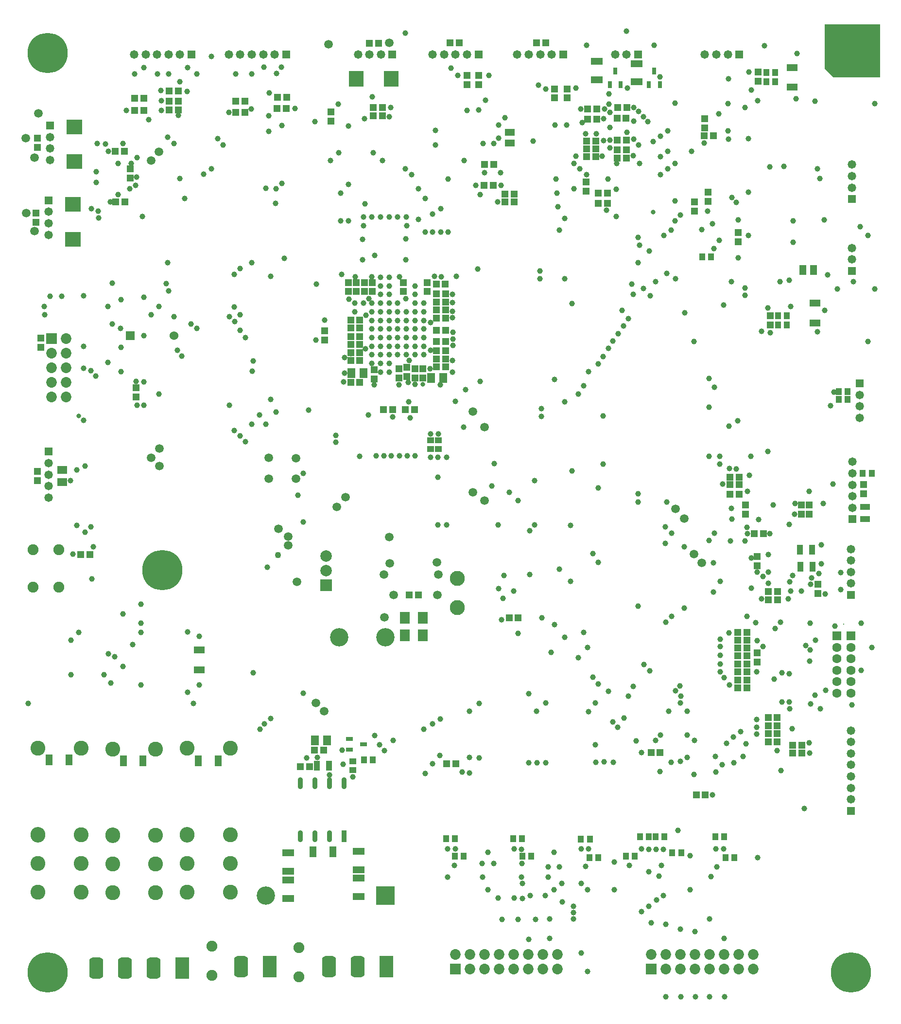
<source format=gbs>
G04 Layer_Color=16711935*
%FSLAX44Y44*%
%MOMM*%
G71*
G01*
G75*
%ADD109R,1.2032X0.8032*%
%ADD111R,1.3032X1.2032*%
%ADD114R,1.0032X1.2532*%
%ADD115R,1.2532X1.0032*%
%ADD116R,1.2032X1.3032*%
%ADD121R,0.8032X1.2032*%
%ADD124R,1.7032X1.1032*%
%ADD127R,1.7032X1.4032*%
%ADD129R,1.6532X2.1032*%
%ADD130R,1.4032X1.7032*%
%ADD138R,1.6732X1.2932*%
%ADD142R,1.2932X1.6732*%
%ADD143R,1.1032X1.7032*%
%ADD154R,1.9532X1.3032*%
%ADD157R,1.4715X1.4715*%
%ADD158C,1.4715*%
%ADD159R,1.6032X1.6032*%
%ADD160C,1.6032*%
%ADD161C,0.2032*%
%ADD162C,7.0032*%
%ADD163R,3.2032X3.2032*%
%ADD164C,3.2032*%
%ADD165C,1.5240*%
%ADD166R,1.5240X1.5240*%
%ADD167R,2.0032X2.0032*%
%ADD168C,2.0032*%
%ADD169C,1.9032*%
%ADD170C,2.6032*%
%ADD171O,2.6032X2.7032*%
%ADD172R,1.4715X1.4715*%
%ADD173R,1.8532X1.8532*%
%ADD174C,1.8532*%
G04:AMPARAMS|DCode=175|XSize=2.4532mm|YSize=3.7032mm|CornerRadius=0.6641mm|HoleSize=0mm|Usage=FLASHONLY|Rotation=180.000|XOffset=0mm|YOffset=0mm|HoleType=Round|Shape=RoundedRectangle|*
%AMROUNDEDRECTD175*
21,1,2.4532,2.3750,0,0,180.0*
21,1,1.1250,3.7032,0,0,180.0*
1,1,1.3282,-0.5625,1.1875*
1,1,1.3282,0.5625,1.1875*
1,1,1.3282,0.5625,-1.1875*
1,1,1.3282,-0.5625,-1.1875*
%
%ADD175ROUNDEDRECTD175*%
%ADD176R,2.4532X3.7032*%
%ADD177R,1.8532X1.8532*%
%ADD178C,2.6162*%
%ADD179C,1.0032*%
%ADD180C,1.5032*%
%ADD181R,2.7032X2.6532*%
%ADD182R,2.6532X2.7032*%
%ADD183O,0.9032X2.0532*%
%ADD184R,0.9032X2.0532*%
%ADD185R,2.0532X1.3032*%
%ADD186R,1.3032X1.9532*%
%ADD187C,1.1032*%
%ADD188C,0.8032*%
G36*
X1500000Y1608000D02*
X1419000D01*
X1404000Y1623000D01*
Y1700000D01*
X1500000D01*
Y1608000D01*
D02*
G37*
D109*
X576000Y437500D02*
D03*
Y456500D02*
D03*
X600000Y447000D02*
D03*
D111*
X933000Y1588000D02*
D03*
Y1572000D02*
D03*
X781000Y1611000D02*
D03*
Y1595000D02*
D03*
X1194500Y1520000D02*
D03*
Y1536000D02*
D03*
X619000Y1099000D02*
D03*
Y1083000D02*
D03*
X711000Y1235000D02*
D03*
Y1251000D02*
D03*
X670000Y1235000D02*
D03*
Y1251000D02*
D03*
X602000Y1235000D02*
D03*
Y1251000D02*
D03*
X588000Y1235000D02*
D03*
Y1251000D02*
D03*
X616000Y1235000D02*
D03*
Y1251000D02*
D03*
X1266000Y864000D02*
D03*
Y848000D02*
D03*
X1286000Y774000D02*
D03*
Y758000D02*
D03*
X1392000Y710000D02*
D03*
Y726000D02*
D03*
X38000Y1154000D02*
D03*
Y1138000D02*
D03*
X1377000Y847750D02*
D03*
Y863750D02*
D03*
X1363000Y863750D02*
D03*
Y847750D02*
D03*
X1472000Y883000D02*
D03*
Y899000D02*
D03*
X1309000Y1177000D02*
D03*
Y1193000D02*
D03*
X1253000Y1338000D02*
D03*
Y1322000D02*
D03*
X988000Y1426000D02*
D03*
Y1410000D02*
D03*
X204500Y1067500D02*
D03*
Y1051500D02*
D03*
X533000Y1151000D02*
D03*
Y1167000D02*
D03*
X574000Y1235000D02*
D03*
Y1251000D02*
D03*
X662000Y1085000D02*
D03*
Y1101000D02*
D03*
X1286000Y606500D02*
D03*
Y590500D02*
D03*
X690000Y1085000D02*
D03*
Y1101000D02*
D03*
X29500Y1356000D02*
D03*
Y1372000D02*
D03*
X704000Y1085000D02*
D03*
Y1101000D02*
D03*
X194000Y1433000D02*
D03*
Y1449000D02*
D03*
X543250Y1532000D02*
D03*
Y1548000D02*
D03*
X955000Y1572000D02*
D03*
Y1588000D02*
D03*
X801000Y1595000D02*
D03*
Y1611000D02*
D03*
X32000Y906000D02*
D03*
Y922000D02*
D03*
X676000Y1103000D02*
D03*
Y1087000D02*
D03*
X1288000Y1601000D02*
D03*
Y1617000D02*
D03*
X1177000Y1391000D02*
D03*
Y1375000D02*
D03*
X1201000Y1392000D02*
D03*
Y1408000D02*
D03*
X32000Y1486000D02*
D03*
Y1502000D02*
D03*
D114*
X1228750Y286000D02*
D03*
X1213250D02*
D03*
X1097750D02*
D03*
X1082250D02*
D03*
X876750Y283000D02*
D03*
X861250D02*
D03*
X994750Y282000D02*
D03*
X979250D02*
D03*
X994000Y250250D02*
D03*
X1009500D02*
D03*
X616750Y420000D02*
D03*
X601250D02*
D03*
X1428250Y1061000D02*
D03*
X1443750D02*
D03*
X1428250Y1047000D02*
D03*
X1443750D02*
D03*
X1322250Y1177000D02*
D03*
X1337750D02*
D03*
Y1193000D02*
D03*
X1322250D02*
D03*
X1302250Y1600000D02*
D03*
X1317750D02*
D03*
Y1616000D02*
D03*
X1302250D02*
D03*
X1190250Y1295750D02*
D03*
X1205750D02*
D03*
X1109250Y286000D02*
D03*
X1124750D02*
D03*
X1153750Y258000D02*
D03*
X1138250D02*
D03*
X1246500Y249500D02*
D03*
X1231000D02*
D03*
X759250Y252000D02*
D03*
X774750D02*
D03*
X877250D02*
D03*
X892750D02*
D03*
X759750Y283000D02*
D03*
X744250D02*
D03*
X1485750Y919000D02*
D03*
X1470250D02*
D03*
X1072750Y252250D02*
D03*
X1057250D02*
D03*
D115*
X582000Y417750D02*
D03*
Y402250D02*
D03*
X731000Y961000D02*
D03*
Y976500D02*
D03*
X717500Y961000D02*
D03*
Y976500D02*
D03*
D116*
X743500Y1118000D02*
D03*
X727500D02*
D03*
X743500Y1104000D02*
D03*
X727500D02*
D03*
X1252500Y587000D02*
D03*
X1268500D02*
D03*
X727500Y1189000D02*
D03*
X743500D02*
D03*
X594000Y1129000D02*
D03*
X578000D02*
D03*
X727000Y1248000D02*
D03*
X743000D02*
D03*
X594000Y1077000D02*
D03*
X578000D02*
D03*
X727500Y1132000D02*
D03*
X743500D02*
D03*
X594000Y1185500D02*
D03*
X578000D02*
D03*
X506000Y408000D02*
D03*
X490000D02*
D03*
X531000Y437000D02*
D03*
X515000D02*
D03*
X1297000Y814000D02*
D03*
X1281000D02*
D03*
X1306000Y699000D02*
D03*
X1322000D02*
D03*
X1306000Y713000D02*
D03*
X1322000D02*
D03*
X870000Y667000D02*
D03*
X854000D02*
D03*
X1239000Y882500D02*
D03*
X1255000D02*
D03*
X1255000Y899250D02*
D03*
X1239000D02*
D03*
X1239000Y912250D02*
D03*
X1255000D02*
D03*
X743500Y1217000D02*
D03*
X727500D02*
D03*
X743500Y1231000D02*
D03*
X727500D02*
D03*
X743500Y1203000D02*
D03*
X727500D02*
D03*
X1007000Y1535500D02*
D03*
X991000D02*
D03*
X989000Y1483500D02*
D03*
X1005000D02*
D03*
X1058750Y1467500D02*
D03*
X1042750D02*
D03*
X1058750Y1481500D02*
D03*
X1042750D02*
D03*
X1058000Y1536500D02*
D03*
X1042000D02*
D03*
X1005000Y1469500D02*
D03*
X989000D02*
D03*
X1009000Y1406500D02*
D03*
X1025000D02*
D03*
X1009000Y1389000D02*
D03*
X1025000D02*
D03*
X991000Y1552500D02*
D03*
X1007000D02*
D03*
X989000Y1497000D02*
D03*
X1005000D02*
D03*
X1043500Y1555000D02*
D03*
X1059500D02*
D03*
X1042750Y1499000D02*
D03*
X1058750D02*
D03*
X578000Y1115000D02*
D03*
X594000D02*
D03*
X124000Y777000D02*
D03*
X108000D02*
D03*
X745000Y413000D02*
D03*
X761000D02*
D03*
X651000Y1030000D02*
D03*
X635000D02*
D03*
X1194000Y1506000D02*
D03*
X1210000D02*
D03*
X1117250Y433000D02*
D03*
X1101250D02*
D03*
X1196000Y359000D02*
D03*
X1180000D02*
D03*
X1348250Y445750D02*
D03*
X1364250D02*
D03*
X1348250Y431750D02*
D03*
X1364250D02*
D03*
X1321250Y493750D02*
D03*
X1305250D02*
D03*
X1321250Y479500D02*
D03*
X1305250D02*
D03*
X1321250Y465500D02*
D03*
X1305250D02*
D03*
X1321250Y451750D02*
D03*
X1305250D02*
D03*
X727500Y1168000D02*
D03*
X743500D02*
D03*
X727500Y1148000D02*
D03*
X743500D02*
D03*
X1252500Y601000D02*
D03*
X1268500D02*
D03*
X1252500Y615000D02*
D03*
X1268500D02*
D03*
X1252500Y628500D02*
D03*
X1268500D02*
D03*
X1252500Y642000D02*
D03*
X1268500D02*
D03*
X1252500Y573000D02*
D03*
X1268500D02*
D03*
X1252500Y559000D02*
D03*
X1268500D02*
D03*
X1252500Y545000D02*
D03*
X1268500D02*
D03*
X202000Y1571250D02*
D03*
X218000D02*
D03*
X377750Y1566750D02*
D03*
X393750D02*
D03*
X202000Y1550250D02*
D03*
X218000D02*
D03*
X377750Y1546750D02*
D03*
X393750D02*
D03*
X278000Y1551500D02*
D03*
X262000D02*
D03*
X466000Y1554000D02*
D03*
X450000D02*
D03*
X262000Y1584000D02*
D03*
X278000D02*
D03*
X450250Y1573000D02*
D03*
X466250D02*
D03*
X262000Y1566500D02*
D03*
X278000D02*
D03*
X184000Y1479000D02*
D03*
X168000D02*
D03*
X185000Y1391000D02*
D03*
X169000D02*
D03*
X633750Y1541250D02*
D03*
X617750D02*
D03*
X617750Y1555000D02*
D03*
X633750D02*
D03*
X847000Y1391000D02*
D03*
X863000D02*
D03*
X847000Y1405000D02*
D03*
X863000D02*
D03*
X767000Y1668000D02*
D03*
X751000D02*
D03*
X811000Y1456000D02*
D03*
X827000D02*
D03*
X810750Y1420000D02*
D03*
X826750D02*
D03*
X918000Y1668000D02*
D03*
X902000D02*
D03*
X578000Y1171500D02*
D03*
X594000D02*
D03*
X578000Y1157000D02*
D03*
X594000D02*
D03*
X578000Y1143000D02*
D03*
X594000D02*
D03*
X689000Y1030000D02*
D03*
X673000D02*
D03*
X680000Y707000D02*
D03*
X696000D02*
D03*
X610250Y1667500D02*
D03*
X626250D02*
D03*
D121*
X1048500Y1595000D02*
D03*
X1029500D02*
D03*
X1039000Y1619000D02*
D03*
X1116500Y1595000D02*
D03*
X1097500D02*
D03*
X1107000Y1619000D02*
D03*
D124*
X1474000Y839500D02*
D03*
Y860500D02*
D03*
D127*
X75499Y924500D02*
D03*
Y903500D02*
D03*
D129*
X672000Y636500D02*
D03*
X704000D02*
D03*
X672000Y667000D02*
D03*
X704000D02*
D03*
D130*
X579000Y1093000D02*
D03*
X600000D02*
D03*
X739500Y1085000D02*
D03*
X718500D02*
D03*
X515500Y454000D02*
D03*
X536500D02*
D03*
D138*
X855000Y1512100D02*
D03*
Y1493900D02*
D03*
D142*
X1365900Y1272500D02*
D03*
X1384100D02*
D03*
D143*
X519500Y410000D02*
D03*
X540500D02*
D03*
X1361501Y756001D02*
D03*
X1382500D02*
D03*
X1361000Y786000D02*
D03*
X1382000D02*
D03*
D154*
X1387000Y1180750D02*
D03*
Y1215250D02*
D03*
X314000Y577000D02*
D03*
Y611500D02*
D03*
X1347000Y1590750D02*
D03*
Y1625250D02*
D03*
D157*
X948248Y1647500D02*
D03*
X800747D02*
D03*
X300748D02*
D03*
X1078748Y1648000D02*
D03*
X1255149Y1647967D02*
D03*
X465749Y1647500D02*
D03*
X650747D02*
D03*
D158*
X928250D02*
D03*
X908252D02*
D03*
X888249D02*
D03*
X868251D02*
D03*
X780749D02*
D03*
X760751D02*
D03*
X740748D02*
D03*
X720750D02*
D03*
X280750D02*
D03*
X260752D02*
D03*
X240749D02*
D03*
X220751D02*
D03*
X200672D02*
D03*
X1450000Y727000D02*
D03*
Y746998D02*
D03*
Y767001D02*
D03*
Y786999D02*
D03*
X1452000Y858752D02*
D03*
Y878750D02*
D03*
Y898753D02*
D03*
Y918751D02*
D03*
Y938829D02*
D03*
X1465085Y1055251D02*
D03*
Y1035253D02*
D03*
Y1015250D02*
D03*
X1451500Y1291000D02*
D03*
Y1310998D02*
D03*
X1058750Y1648000D02*
D03*
X1038752D02*
D03*
X1235151Y1647967D02*
D03*
X1215153D02*
D03*
X1195150D02*
D03*
X1450000Y471128D02*
D03*
Y451062D02*
D03*
Y431250D02*
D03*
Y411171D02*
D03*
Y391173D02*
D03*
Y371171D02*
D03*
Y351172D02*
D03*
X445751Y1647500D02*
D03*
X425752D02*
D03*
X405750D02*
D03*
X385752D02*
D03*
X365673D02*
D03*
X54500Y1504000D02*
D03*
Y1484002D02*
D03*
Y1463999D02*
D03*
X630748Y1647500D02*
D03*
X610750D02*
D03*
X590747D02*
D03*
X52000Y936501D02*
D03*
Y916503D02*
D03*
Y896500D02*
D03*
Y876502D02*
D03*
X1451500Y1416000D02*
D03*
Y1435998D02*
D03*
Y1456001D02*
D03*
X52000Y1374000D02*
D03*
Y1354002D02*
D03*
Y1333999D02*
D03*
D159*
X1450000Y636000D02*
D03*
X1425000D02*
D03*
D160*
X1450000Y616000D02*
D03*
Y596000D02*
D03*
Y576000D02*
D03*
Y556000D02*
D03*
Y536000D02*
D03*
X1425000Y616000D02*
D03*
Y596000D02*
D03*
Y576000D02*
D03*
Y556000D02*
D03*
Y536000D02*
D03*
D161*
X1437300Y656000D02*
D03*
D162*
X50000Y50000D02*
D03*
Y1650000D02*
D03*
X250000Y750000D02*
D03*
X1450000Y50000D02*
D03*
Y1650000D02*
D03*
D163*
X638310Y183578D02*
D03*
D164*
X430310D02*
D03*
X558310Y633577D02*
D03*
X638310D02*
D03*
D165*
X270000Y1158000D02*
D03*
D166*
X194000D02*
D03*
D167*
X535000Y724200D02*
D03*
D168*
Y775000D02*
D03*
Y749600D02*
D03*
D169*
X487500Y93300D02*
D03*
Y42500D02*
D03*
X336441Y45000D02*
D03*
Y95800D02*
D03*
X69500Y786000D02*
D03*
Y721000D02*
D03*
X24500D02*
D03*
Y786000D02*
D03*
D170*
X238145Y189000D02*
D03*
X163145D02*
D03*
X238145Y239000D02*
D03*
X163145D02*
D03*
X238145Y289000D02*
D03*
Y439000D02*
D03*
X163145D02*
D03*
X108062Y190000D02*
D03*
X33062D02*
D03*
X108062Y240000D02*
D03*
X33062D02*
D03*
X108062Y290000D02*
D03*
Y440000D02*
D03*
X33062D02*
D03*
X368227Y189937D02*
D03*
X293227D02*
D03*
X368227Y239937D02*
D03*
X293227D02*
D03*
X368227Y289937D02*
D03*
Y439938D02*
D03*
X293227D02*
D03*
D171*
X163145Y289000D02*
D03*
X33062Y290000D02*
D03*
X293227Y289937D02*
D03*
D172*
X1450000Y707002D02*
D03*
X1452000Y838754D02*
D03*
X1465085Y1075249D02*
D03*
X1451500Y1271002D02*
D03*
X1450000Y331174D02*
D03*
X54500Y1523998D02*
D03*
X52000Y956499D02*
D03*
X1451500Y1396002D02*
D03*
X52000Y1393998D02*
D03*
D173*
X56600Y1153100D02*
D03*
D174*
X82000D02*
D03*
X56600Y1127700D02*
D03*
X82000D02*
D03*
X56600Y1102300D02*
D03*
X82000D02*
D03*
X56600Y1076900D02*
D03*
X82000D02*
D03*
X56600Y1051500D02*
D03*
X82000D02*
D03*
X1279800Y81150D02*
D03*
Y55750D02*
D03*
X1254400Y81150D02*
D03*
Y55750D02*
D03*
X1229000Y81150D02*
D03*
Y55750D02*
D03*
X1203600Y81150D02*
D03*
Y55750D02*
D03*
X1178200Y81150D02*
D03*
Y55750D02*
D03*
X1152800Y81150D02*
D03*
Y55750D02*
D03*
X1127400Y81150D02*
D03*
Y55750D02*
D03*
X1102000Y81150D02*
D03*
X938400D02*
D03*
Y55750D02*
D03*
X913000Y81150D02*
D03*
Y55750D02*
D03*
X887600Y81150D02*
D03*
Y55750D02*
D03*
X862200Y81150D02*
D03*
Y55750D02*
D03*
X836800Y81150D02*
D03*
Y55750D02*
D03*
X811400Y81150D02*
D03*
Y55750D02*
D03*
X786000Y81150D02*
D03*
Y55750D02*
D03*
X760600Y81150D02*
D03*
D175*
X135000Y57500D02*
D03*
X185000D02*
D03*
X235000D02*
D03*
X386970Y60000D02*
D03*
X590000D02*
D03*
X540000D02*
D03*
D176*
X285000Y57500D02*
D03*
X436970Y60000D02*
D03*
X640000D02*
D03*
D177*
X1102000Y55750D02*
D03*
X760600D02*
D03*
D178*
X764000Y685000D02*
D03*
Y735800D02*
D03*
D179*
X785000Y397000D02*
D03*
X888000Y415000D02*
D03*
X1005000Y416000D02*
D03*
X753000Y1624000D02*
D03*
X818600Y1611600D02*
D03*
X765000Y1611000D02*
D03*
X970000Y1589000D02*
D03*
X918000Y1588000D02*
D03*
X905000Y1594000D02*
D03*
X314000Y635000D02*
D03*
X104000Y642000D02*
D03*
X166500Y599750D02*
D03*
X178000Y1221000D02*
D03*
X138750Y1363000D02*
D03*
X134750Y1443750D02*
D03*
X134500Y1425250D02*
D03*
X1078500Y687500D02*
D03*
X1479250Y1148250D02*
D03*
Y1333000D02*
D03*
X1466000Y1347750D02*
D03*
X1453750Y1252000D02*
D03*
X1418000Y900000D02*
D03*
X1377000Y887000D02*
D03*
X1000000Y564000D02*
D03*
X304000Y518000D02*
D03*
X16000D02*
D03*
X155000Y1209000D02*
D03*
Y1112000D02*
D03*
X1118003Y1438997D02*
D03*
X1041000Y1366000D02*
D03*
X1081000Y1316000D02*
D03*
X1333000Y1453000D02*
D03*
X1395000Y1432000D02*
D03*
X1349000Y1358000D02*
D03*
X1271000Y1408000D02*
D03*
Y1333000D02*
D03*
X518000Y1248000D02*
D03*
X575000Y1222000D02*
D03*
X448000Y1025000D02*
D03*
X505000Y1029000D02*
D03*
X439000Y1047000D02*
D03*
X552000Y985000D02*
D03*
X663000Y949000D02*
D03*
X677000D02*
D03*
X690000D02*
D03*
X367000Y1037000D02*
D03*
X552000Y973000D02*
D03*
X376000Y1183000D02*
D03*
X367000Y1191000D02*
D03*
X270000D02*
D03*
X356000Y1490000D02*
D03*
X346000Y1501000D02*
D03*
X682000Y1015000D02*
D03*
X1237000Y641000D02*
D03*
X1222000Y617000D02*
D03*
X1221840Y630000D02*
D03*
X911000Y667000D02*
D03*
X933000Y655000D02*
D03*
Y1082000D02*
D03*
X927040Y606960D02*
D03*
X1009000Y763960D02*
D03*
X1221500Y587250D02*
D03*
Y602250D02*
D03*
X984000Y642000D02*
D03*
X951000Y633000D02*
D03*
X1221500Y573250D02*
D03*
X1342000Y569685D02*
D03*
X1329000Y572000D02*
D03*
Y521000D02*
D03*
X1316000Y561000D02*
D03*
X1238000Y550000D02*
D03*
X1467000Y658000D02*
D03*
Y576000D02*
D03*
X1486000Y616000D02*
D03*
X1341997Y520999D02*
D03*
X1379000Y517000D02*
D03*
X975000Y598000D02*
D03*
X1099000Y575000D02*
D03*
X1009000Y552000D02*
D03*
X1152960Y530960D02*
D03*
X1405960Y541040D02*
D03*
X1396000Y509000D02*
D03*
X1387000Y533000D02*
D03*
X1378497Y611249D02*
D03*
X1378000Y592000D02*
D03*
X1285000Y573500D02*
D03*
X1421886Y653250D02*
D03*
X1268000Y670000D02*
D03*
X1317500Y648250D02*
D03*
X1126000Y797000D02*
D03*
X1229000Y563000D02*
D03*
X1027000Y539000D02*
D03*
X1035000Y486000D02*
D03*
X1061998Y530999D02*
D03*
X1044000Y1162000D02*
D03*
X1004000Y519040D02*
D03*
X1285000Y490000D02*
D03*
Y477000D02*
D03*
Y465000D02*
D03*
X1267000Y448000D02*
D03*
X1320750Y436500D02*
D03*
X1257000Y469000D02*
D03*
X1164000Y463000D02*
D03*
X1117998Y462999D02*
D03*
X1109000Y454000D02*
D03*
X1177000D02*
D03*
X1160000Y1198000D02*
D03*
X1164000Y424000D02*
D03*
X1233000Y449000D02*
D03*
X1245000Y460000D02*
D03*
X1328000Y401000D02*
D03*
X1368000Y335000D02*
D03*
X1004000Y446000D02*
D03*
X628000D02*
D03*
X637000Y436000D02*
D03*
X652000Y454000D02*
D03*
X1178000Y121000D02*
D03*
X888000Y108000D02*
D03*
X991000Y52000D02*
D03*
Y194000D02*
D03*
X980000Y205000D02*
D03*
Y84000D02*
D03*
X1127000Y134000D02*
D03*
X1102000Y136000D02*
D03*
X946000Y205000D02*
D03*
X877000D02*
D03*
Y179000D02*
D03*
X1152000Y125000D02*
D03*
X1229000Y109000D02*
D03*
X842000Y142000D02*
D03*
X802000Y423500D02*
D03*
X1152750Y417250D02*
D03*
X917750Y415000D02*
D03*
X902250Y415250D02*
D03*
X1035750Y416000D02*
D03*
X1019500Y416500D02*
D03*
X1084750Y433000D02*
D03*
X1136750Y416000D02*
D03*
X1225250Y411250D02*
D03*
X1213500Y425750D02*
D03*
X1214500Y399000D02*
D03*
X1208000Y359250D02*
D03*
X1176500Y394250D02*
D03*
X1261500Y426000D02*
D03*
X1245250Y415250D02*
D03*
X1414000Y1036000D02*
D03*
X1420000Y1060000D02*
D03*
X206000Y1037000D02*
D03*
X125000Y1097000D02*
D03*
X127000Y735000D02*
D03*
X134000Y1088000D02*
D03*
X113000Y1140000D02*
D03*
Y1102000D02*
D03*
X130000Y791000D02*
D03*
X125000Y826000D02*
D03*
X115000Y816000D02*
D03*
X90000Y906000D02*
D03*
X115000Y931000D02*
D03*
X101000Y925000D02*
D03*
X259000Y1504000D02*
D03*
Y1285000D02*
D03*
X257000Y1249000D02*
D03*
X406000Y1285000D02*
D03*
X395000Y1155000D02*
D03*
Y974000D02*
D03*
X385000Y1168000D02*
D03*
Y984000D02*
D03*
X218000Y1225000D02*
D03*
X44000Y1209000D02*
D03*
X163000Y1179000D02*
D03*
X177000Y1171000D02*
D03*
X163000Y1250000D02*
D03*
X300000Y1179000D02*
D03*
X244000Y1057000D02*
D03*
X261000Y1236000D02*
D03*
X230000Y1195000D02*
D03*
X113000Y1228000D02*
D03*
X75000Y1227000D02*
D03*
X293000Y1583000D02*
D03*
X322000Y1439000D02*
D03*
X270000Y1493000D02*
D03*
X181000D02*
D03*
X310000Y1614000D02*
D03*
X196000Y1458000D02*
D03*
X151000Y1492000D02*
D03*
X193000Y1413997D02*
D03*
X203000Y1420000D02*
D03*
X173000Y1404000D02*
D03*
X602000Y1536000D02*
D03*
X560996Y1406000D02*
D03*
X458000Y1423000D02*
D03*
X448000Y1414000D02*
D03*
X215000Y1366000D02*
D03*
X138000Y1375000D02*
D03*
X126000Y1379000D02*
D03*
X159000Y1391000D02*
D03*
X735000Y1379000D02*
D03*
X1041250Y1458000D02*
D03*
X1026000Y1431000D02*
D03*
X970000Y1471000D02*
D03*
X987000Y1510000D02*
D03*
X967000Y1414000D02*
D03*
Y1458000D02*
D03*
X988998Y1438997D02*
D03*
X977000Y1449000D02*
D03*
X1201000Y1408000D02*
D03*
X1129000Y1267000D02*
D03*
X1144000Y1257000D02*
D03*
X683999Y1438997D02*
D03*
X673000Y1449000D02*
D03*
X335000D02*
D03*
X633000Y1463000D02*
D03*
X617000Y1477000D02*
D03*
X557000D02*
D03*
X1253000Y1294000D02*
D03*
X1349000Y1321000D02*
D03*
X1053000Y1175000D02*
D03*
X1035000Y1149000D02*
D03*
X1027000Y1136000D02*
D03*
X1018000Y1122000D02*
D03*
X1009000Y1109000D02*
D03*
X975000Y1057000D02*
D03*
X984000Y1071000D02*
D03*
X951000Y1043000D02*
D03*
X910500Y1031000D02*
D03*
Y1018000D02*
D03*
X1240000Y801000D02*
D03*
X45000Y1195000D02*
D03*
X101000Y828000D02*
D03*
X1276000Y771000D02*
D03*
Y719000D02*
D03*
X1286000Y747000D02*
D03*
X1340000Y700000D02*
D03*
X1306000Y747000D02*
D03*
X1269000Y814000D02*
D03*
X433000Y755000D02*
D03*
X1030000Y1498500D02*
D03*
X979000Y1552500D02*
D03*
X1208000Y1353000D02*
D03*
X91000Y568000D02*
D03*
Y628000D02*
D03*
X94000Y778000D02*
D03*
X1401000Y866000D02*
D03*
X1351000Y848000D02*
D03*
X205000Y1433997D02*
D03*
X173000Y1458000D02*
D03*
X206000Y1468000D02*
D03*
X896000Y1497000D02*
D03*
X847000Y1538000D02*
D03*
X726000Y1516000D02*
D03*
Y1490000D02*
D03*
X645000Y1539000D02*
D03*
X616000Y1574000D02*
D03*
X543000Y1463000D02*
D03*
X516000Y1531000D02*
D03*
X556000Y1561000D02*
D03*
X1346750Y474500D02*
D03*
X1377747Y431500D02*
D03*
X1376750Y449500D02*
D03*
X1326500Y659250D02*
D03*
X1306000Y727000D02*
D03*
X1294000Y700000D02*
D03*
X1308000Y814000D02*
D03*
X1393997Y743999D02*
D03*
X1344670Y714040D02*
D03*
X1432000Y716000D02*
D03*
Y746000D02*
D03*
X1362960Y714040D02*
D03*
X1342710Y729764D02*
D03*
X1347901Y740903D02*
D03*
X673000Y1685000D02*
D03*
X989000Y1664000D02*
D03*
X1060000Y1589000D02*
D03*
X1491003Y1240003D02*
D03*
X1130000Y1515000D02*
D03*
X1016000Y1470750D02*
D03*
X1118000Y1505739D02*
D03*
X1030000Y1485500D02*
D03*
X1190000Y1343000D02*
D03*
X1200000Y1375000D02*
D03*
X1027675Y1579540D02*
D03*
X1028000Y1561000D02*
D03*
X1020000Y1552500D02*
D03*
X1029960Y1547000D02*
D03*
X1018998Y1535997D02*
D03*
X1019000Y1498000D02*
D03*
X981000Y1529000D02*
D03*
X1071000Y1555000D02*
D03*
X1143000Y1358000D02*
D03*
Y1393000D02*
D03*
X1041000Y1413000D02*
D03*
X1024000Y1377000D02*
D03*
X1070000Y1471500D02*
D03*
X1071000Y1500000D02*
D03*
X1080000Y1490000D02*
D03*
X1107000Y1664000D02*
D03*
X1058750Y1688750D02*
D03*
X1426003Y1240003D02*
D03*
X934000Y1525000D02*
D03*
X781000Y1550000D02*
D03*
X801000Y1551000D02*
D03*
X954000Y1525000D02*
D03*
X813000Y1568000D02*
D03*
X840000Y1420000D02*
D03*
X811000Y1442000D02*
D03*
X836000Y1525000D02*
D03*
X839000Y1442000D02*
D03*
X809000Y1493000D02*
D03*
X827000D02*
D03*
X836000Y1502000D02*
D03*
X776000Y1463000D02*
D03*
X804000Y1404000D02*
D03*
X834000Y1391000D02*
D03*
X1100000Y1227500D02*
D03*
X648000Y1555000D02*
D03*
X574000Y1523000D02*
D03*
X377750Y1614000D02*
D03*
X436000Y1581000D02*
D03*
X481000Y1554000D02*
D03*
X574000Y1358000D02*
D03*
X458000Y1524000D02*
D03*
X561000Y1358000D02*
D03*
X294000Y1625000D02*
D03*
X247000Y1585000D02*
D03*
X226000Y1534000D02*
D03*
X187000Y1550000D02*
D03*
X248000Y1567000D02*
D03*
Y1550000D02*
D03*
X366000Y1547000D02*
D03*
X748000Y1430957D02*
D03*
X696000Y1361000D02*
D03*
X278000Y1542000D02*
D03*
X427000Y1626000D02*
D03*
X457000D02*
D03*
X218000Y1625000D02*
D03*
X241000Y1614000D02*
D03*
X280000Y1600000D02*
D03*
X136000Y1493000D02*
D03*
X435000Y1514000D02*
D03*
X405000Y1553000D02*
D03*
X435000Y1541000D02*
D03*
X406000Y1614000D02*
D03*
X113000Y1011000D02*
D03*
X375000Y993000D02*
D03*
X178000Y1138000D02*
D03*
X406000Y1004000D02*
D03*
X244000Y1209000D02*
D03*
X620000Y1298000D02*
D03*
X1370500Y619250D02*
D03*
X1378540Y658250D02*
D03*
X1387500Y628250D02*
D03*
X717000Y947000D02*
D03*
X964000Y923000D02*
D03*
X898000Y906000D02*
D03*
X730000Y947000D02*
D03*
X745000D02*
D03*
X730000Y912000D02*
D03*
X964000Y1214000D02*
D03*
X755000Y1115000D02*
D03*
Y1095000D02*
D03*
X756000Y1152000D02*
D03*
Y1164000D02*
D03*
X755000Y1201000D02*
D03*
Y1216000D02*
D03*
Y1230000D02*
D03*
X724000Y1262000D02*
D03*
X578000Y1172000D02*
D03*
Y1157000D02*
D03*
X566999Y1092998D02*
D03*
X566000Y1078000D02*
D03*
X799000Y1274000D02*
D03*
X676000Y1350000D02*
D03*
X662999Y1260997D02*
D03*
X734000Y1073000D02*
D03*
X804000Y1079000D02*
D03*
X760000Y1044000D02*
D03*
X778000Y1064000D02*
D03*
X716000Y1101000D02*
D03*
X755999Y1140998D02*
D03*
X717000Y1133000D02*
D03*
X754998Y1189998D02*
D03*
X717000Y1181000D02*
D03*
X674000Y1223000D02*
D03*
X610000D02*
D03*
X599000Y1290000D02*
D03*
Y1326000D02*
D03*
X674000Y1290000D02*
D03*
X577500Y1185000D02*
D03*
X605000Y1194000D02*
D03*
X567000Y1120000D02*
D03*
X578000Y1127120D02*
D03*
X448750Y1614750D02*
D03*
X335000Y1644000D02*
D03*
X261000Y1614000D02*
D03*
X202000D02*
D03*
X942000Y1342000D02*
D03*
X54000Y1227000D02*
D03*
X775000Y999000D02*
D03*
X937000Y1406000D02*
D03*
X936000Y1431000D02*
D03*
X939000Y1383000D02*
D03*
X156000Y1479000D02*
D03*
X731000Y987000D02*
D03*
X717500D02*
D03*
X148000Y568000D02*
D03*
X218000Y1158000D02*
D03*
X293500Y538000D02*
D03*
X314000Y550000D02*
D03*
X293500Y643000D02*
D03*
X213000Y658000D02*
D03*
Y691000D02*
D03*
Y550000D02*
D03*
Y642000D02*
D03*
X198000Y621000D02*
D03*
X181000Y674000D02*
D03*
Y583000D02*
D03*
X156000Y605000D02*
D03*
X160000Y554000D02*
D03*
X541000Y394000D02*
D03*
X582000Y390000D02*
D03*
X563000Y437000D02*
D03*
X519999Y423999D02*
D03*
X501000Y423000D02*
D03*
X565000Y412000D02*
D03*
X817000Y259000D02*
D03*
X1037000Y242000D02*
D03*
X746650Y216350D02*
D03*
X759000Y236000D02*
D03*
X760000Y265000D02*
D03*
X747000D02*
D03*
X862500Y264750D02*
D03*
X875250Y264500D02*
D03*
X875750Y216000D02*
D03*
X992250Y265000D02*
D03*
X979500Y264750D02*
D03*
X987000Y234250D02*
D03*
X932000Y259000D02*
D03*
X1148250Y297250D02*
D03*
X1169750Y253500D02*
D03*
X1084500Y264750D02*
D03*
X1097250Y264500D02*
D03*
X1063250Y236250D02*
D03*
X941750Y234000D02*
D03*
X922250Y216250D02*
D03*
X921750Y234000D02*
D03*
X816750Y194250D02*
D03*
X932000D02*
D03*
X1037000Y194000D02*
D03*
X1169750Y193750D02*
D03*
X1109750Y264500D02*
D03*
X1122500D02*
D03*
X1097250Y225250D02*
D03*
X1227500Y265250D02*
D03*
X1214500Y265500D02*
D03*
X1286750Y249750D02*
D03*
X1206000Y216500D02*
D03*
X708250Y396500D02*
D03*
X1127250Y7750D02*
D03*
X1153000D02*
D03*
X1178500Y8000D02*
D03*
X1203250D02*
D03*
X1229250D02*
D03*
X808000Y216000D02*
D03*
X876000Y240000D02*
D03*
X807000D02*
D03*
X827000D02*
D03*
X917000Y184000D02*
D03*
X891000D02*
D03*
X835000Y180000D02*
D03*
X863000D02*
D03*
X1123000Y184000D02*
D03*
X1111000Y176000D02*
D03*
X870000Y142000D02*
D03*
X924998Y143000D02*
D03*
X900000Y142000D02*
D03*
X1097000Y165000D02*
D03*
X1119750Y236250D02*
D03*
X1216000Y234000D02*
D03*
X1152750Y518750D02*
D03*
X785250Y424000D02*
D03*
X802000Y518000D02*
D03*
X918000Y519000D02*
D03*
X619000Y1072998D02*
D03*
X178000Y1096000D02*
D03*
X406500Y1096500D02*
D03*
X204000Y1079000D02*
D03*
X408000Y1114000D02*
D03*
X772000Y399000D02*
D03*
X218000Y1037000D02*
D03*
Y1078000D02*
D03*
X408000Y572000D02*
D03*
X439000Y492000D02*
D03*
X428000Y483000D02*
D03*
X420000Y473000D02*
D03*
X310290Y1171000D02*
D03*
X430000Y1415000D02*
D03*
X419000Y1020000D02*
D03*
X430000Y1004000D02*
D03*
X594000Y948000D02*
D03*
X280000Y1432000D02*
D03*
X284000Y1123000D02*
D03*
X276000Y1133000D02*
D03*
X674000Y1327000D02*
D03*
X289000Y1397000D02*
D03*
X375000Y1265000D02*
D03*
Y1208000D02*
D03*
X385000Y1275000D02*
D03*
Y1195000D02*
D03*
X439000Y1262000D02*
D03*
X888000Y535000D02*
D03*
X636000Y949000D02*
D03*
X622000D02*
D03*
X486000Y881000D02*
D03*
X495000Y919000D02*
D03*
Y834000D02*
D03*
Y536000D02*
D03*
X649000Y949000D02*
D03*
X705000Y473040D02*
D03*
X721000Y413000D02*
D03*
X733000Y427828D02*
D03*
X734000Y491000D02*
D03*
X720998Y483000D02*
D03*
X1117000Y400000D02*
D03*
X620000Y462000D02*
D03*
X854000Y886000D02*
D03*
X870000Y871000D02*
D03*
Y640000D02*
D03*
X841000Y664000D02*
D03*
X862000Y714000D02*
D03*
X845000Y741000D02*
D03*
X941998Y751999D02*
D03*
X824000Y897000D02*
D03*
X836000Y718000D02*
D03*
X843000Y701000D02*
D03*
X1398000Y761000D02*
D03*
Y794000D02*
D03*
X1143998Y539999D02*
D03*
X1151998Y548999D02*
D03*
X1210000Y712000D02*
D03*
X890000Y743000D02*
D03*
X1129000Y869000D02*
D03*
X898000Y829000D02*
D03*
X890000Y819000D02*
D03*
X745000Y829000D02*
D03*
X835000D02*
D03*
X730000D02*
D03*
X1296000Y739000D02*
D03*
X1210000Y763000D02*
D03*
X1000000Y779000D02*
D03*
X1070000Y548000D02*
D03*
X1089000Y586000D02*
D03*
X1222000Y731000D02*
D03*
X961000D02*
D03*
Y828000D02*
D03*
X1242000Y839000D02*
D03*
X1265000Y801000D02*
D03*
X1289000Y838000D02*
D03*
X1267998Y824998D02*
D03*
X1241000Y858000D02*
D03*
X1127355Y659645D02*
D03*
X1284000Y659000D02*
D03*
X1137000Y670000D02*
D03*
X1159000Y684000D02*
D03*
X1269000Y887000D02*
D03*
X1273000Y915000D02*
D03*
X1226000Y900000D02*
D03*
X992000Y1096000D02*
D03*
X1079000Y1285000D02*
D03*
X1342000Y830000D02*
D03*
X1306000Y777000D02*
D03*
X1126000Y826000D02*
D03*
X1159000Y791000D02*
D03*
X1137000Y815000D02*
D03*
X1202000Y802000D02*
D03*
Y1084000D02*
D03*
X1212000Y815000D02*
D03*
Y1069000D02*
D03*
X1202000Y948000D02*
D03*
X1275000D02*
D03*
X1237000Y1001000D02*
D03*
X1252000Y1010000D02*
D03*
X1305000Y957000D02*
D03*
X1221000Y935000D02*
D03*
Y948000D02*
D03*
X1017998Y934998D02*
D03*
X1238000Y927000D02*
D03*
X1250000Y926000D02*
D03*
X1202000Y1034000D02*
D03*
X1018000Y1019000D02*
D03*
X1294000Y1166000D02*
D03*
X1342000Y1255000D02*
D03*
X1309000Y1163000D02*
D03*
X1409000Y1264000D02*
D03*
X1404000Y1202000D02*
D03*
X1305000Y1207000D02*
D03*
X1345000Y1209000D02*
D03*
X1314000Y864000D02*
D03*
X1391000Y1449000D02*
D03*
X1308000Y1452000D02*
D03*
X1271000Y1501000D02*
D03*
X1403000Y1360000D02*
D03*
X1326000Y1252000D02*
D03*
X1491000Y1562000D02*
D03*
X1272000Y1617000D02*
D03*
X1276000Y1586000D02*
D03*
X1299000Y1663000D02*
D03*
X1356000Y1649000D02*
D03*
X1387000Y1566000D02*
D03*
X1354000Y1571000D02*
D03*
X1117000Y1609000D02*
D03*
X1172000Y1479000D02*
D03*
X1118000Y1470000D02*
D03*
X1194000Y1494000D02*
D03*
X1219130Y1544000D02*
D03*
X1124040Y1332960D02*
D03*
X1005998Y1509997D02*
D03*
X1058998Y1511997D02*
D03*
X1030037Y1521037D02*
D03*
X908000Y1271000D02*
D03*
X1109000Y1252000D02*
D03*
X1105000Y1496000D02*
D03*
X1051000Y1202000D02*
D03*
X1079998Y1548997D02*
D03*
X1088040Y1539040D02*
D03*
X1096000Y1531000D02*
D03*
X1250000Y1390000D02*
D03*
X1136000Y1342000D02*
D03*
X1070000Y1230000D02*
D03*
X908000Y1257000D02*
D03*
X1068000Y1248000D02*
D03*
X1088000Y1240710D02*
D03*
X1228000Y1212000D02*
D03*
X1211000Y1310000D02*
D03*
X1098000Y1306000D02*
D03*
X1079000Y1329000D02*
D03*
X1265000Y1241000D02*
D03*
Y1229000D02*
D03*
X1253000Y1360000D02*
D03*
X1241000Y1252000D02*
D03*
X1242000Y1399000D02*
D03*
X1220000Y1324000D02*
D03*
X1236000Y1500000D02*
D03*
X1235000Y1515000D02*
D03*
Y1562000D02*
D03*
X708000Y1339000D02*
D03*
X721000D02*
D03*
X735000D02*
D03*
X748000D02*
D03*
X721000Y1370000D02*
D03*
X796000Y1420000D02*
D03*
X696000Y1414000D02*
D03*
X951000Y1362000D02*
D03*
Y1257000D02*
D03*
X1287000Y1567000D02*
D03*
X1265000Y1555000D02*
D03*
X1236000Y1605000D02*
D03*
X1143000Y1458000D02*
D03*
X1130000Y1479000D02*
D03*
Y1449000D02*
D03*
X1080998Y1457997D02*
D03*
X604060Y1135060D02*
D03*
X517000Y1151000D02*
D03*
X533000Y1185000D02*
D03*
X562000Y1265000D02*
D03*
X615000Y1261000D02*
D03*
X602000Y1251000D02*
D03*
X585999Y1260997D02*
D03*
X736000Y1261000D02*
D03*
X761999Y1261998D02*
D03*
X689999Y1073998D02*
D03*
X680000Y1115000D02*
D03*
X677999Y1076998D02*
D03*
X662000Y1073000D02*
D03*
X462000Y1293000D02*
D03*
X447000Y1389000D02*
D03*
X603000Y1388000D02*
D03*
X708000Y1397000D02*
D03*
X574000Y1422000D02*
D03*
X1405000Y709000D02*
D03*
X1379000Y726000D02*
D03*
X1381000Y737000D02*
D03*
X1296500Y617250D02*
D03*
X1286000Y627750D02*
D03*
X679000Y1043000D02*
D03*
X651000Y1017000D02*
D03*
X609000Y1020000D02*
D03*
X585000Y1199999D02*
D03*
Y1214999D02*
D03*
X600000D02*
D03*
Y1350000D02*
D03*
Y1365000D02*
D03*
X615000Y1110000D02*
D03*
Y1125000D02*
D03*
Y1139999D02*
D03*
Y1154999D02*
D03*
Y1169999D02*
D03*
Y1184999D02*
D03*
Y1199999D02*
D03*
Y1214999D02*
D03*
Y1365000D02*
D03*
X630000Y1095000D02*
D03*
Y1110000D02*
D03*
Y1125000D02*
D03*
Y1139999D02*
D03*
Y1154999D02*
D03*
Y1169999D02*
D03*
Y1184999D02*
D03*
Y1199999D02*
D03*
Y1214999D02*
D03*
Y1229999D02*
D03*
Y1244999D02*
D03*
Y1259999D02*
D03*
Y1365000D02*
D03*
X645000Y1095000D02*
D03*
Y1110000D02*
D03*
Y1125000D02*
D03*
Y1139999D02*
D03*
Y1154999D02*
D03*
Y1169999D02*
D03*
Y1184999D02*
D03*
Y1199999D02*
D03*
Y1214999D02*
D03*
Y1229999D02*
D03*
Y1244999D02*
D03*
Y1259999D02*
D03*
Y1365000D02*
D03*
X660000Y1125000D02*
D03*
Y1139999D02*
D03*
Y1154999D02*
D03*
Y1169999D02*
D03*
Y1184999D02*
D03*
Y1199999D02*
D03*
Y1214999D02*
D03*
Y1365000D02*
D03*
X675000Y1125000D02*
D03*
Y1139999D02*
D03*
Y1154999D02*
D03*
Y1169999D02*
D03*
Y1184999D02*
D03*
Y1199999D02*
D03*
Y1365000D02*
D03*
X690000Y1125000D02*
D03*
Y1139999D02*
D03*
Y1154999D02*
D03*
Y1169999D02*
D03*
Y1184999D02*
D03*
Y1199999D02*
D03*
Y1214999D02*
D03*
Y1229999D02*
D03*
Y1244999D02*
D03*
X705000Y1125000D02*
D03*
Y1139999D02*
D03*
Y1154999D02*
D03*
Y1169999D02*
D03*
Y1184999D02*
D03*
Y1199999D02*
D03*
Y1214999D02*
D03*
X1176000Y1148000D02*
D03*
X925000Y109000D02*
D03*
X946750Y172500D02*
D03*
X966297Y154257D02*
D03*
X1084500Y156000D02*
D03*
X966547Y143507D02*
D03*
X1203500Y143500D02*
D03*
X966047Y165008D02*
D03*
X1115500Y217500D02*
D03*
X1343000Y509000D02*
D03*
X1451000Y516000D02*
D03*
X1352000Y866000D02*
D03*
X1391000Y1165000D02*
D03*
X1143000Y1563000D02*
D03*
X1152000Y1368000D02*
D03*
X1079000Y883000D02*
D03*
X1062000Y1188000D02*
D03*
X1078998Y868998D02*
D03*
X1009000Y893000D02*
D03*
X991000Y616000D02*
D03*
X1075000Y453000D02*
D03*
X785000Y505000D02*
D03*
X1043000Y477000D02*
D03*
X1054000Y493000D02*
D03*
X1132000Y505000D02*
D03*
X1164000D02*
D03*
X1071250Y1532000D02*
D03*
X902000Y505000D02*
D03*
X992500Y504250D02*
D03*
X828250Y935500D02*
D03*
D180*
X27000Y1340000D02*
D03*
Y1468000D02*
D03*
X12000Y1502000D02*
D03*
X1144000Y857000D02*
D03*
X728000Y763960D02*
D03*
X636500Y668250D02*
D03*
X636000Y743000D02*
D03*
X245000Y962000D02*
D03*
Y931000D02*
D03*
X244000Y1478000D02*
D03*
X230000Y1463000D02*
D03*
Y946000D02*
D03*
X435000Y909000D02*
D03*
X646000Y762000D02*
D03*
X539753Y1665753D02*
D03*
X34000Y1545495D02*
D03*
X645000Y1668000D02*
D03*
X13000Y1372000D02*
D03*
X729220Y707220D02*
D03*
X653000Y707000D02*
D03*
X469000Y809000D02*
D03*
X468999Y792998D02*
D03*
X452000Y822000D02*
D03*
X484000Y730000D02*
D03*
X730780Y742780D02*
D03*
X483000Y945000D02*
D03*
X435000Y946000D02*
D03*
X811000Y870960D02*
D03*
X791000Y886000D02*
D03*
Y1026000D02*
D03*
X811000Y999000D02*
D03*
X554000Y860000D02*
D03*
X483000Y909000D02*
D03*
X569000Y877000D02*
D03*
X517000Y519000D02*
D03*
X645000Y808000D02*
D03*
X1159000Y840000D02*
D03*
X1189808Y762787D02*
D03*
X1176000Y778000D02*
D03*
X532000Y505000D02*
D03*
D181*
X97000Y1521750D02*
D03*
Y1461250D02*
D03*
X94500Y1386750D02*
D03*
Y1326250D02*
D03*
D182*
X648500Y1605000D02*
D03*
X588000D02*
D03*
D183*
X490200Y379000D02*
D03*
X515600D02*
D03*
X541000D02*
D03*
X566400D02*
D03*
X490200Y287000D02*
D03*
X515600D02*
D03*
X541000D02*
D03*
D184*
X566400D02*
D03*
D185*
X469000Y211000D02*
D03*
Y179000D02*
D03*
X592000Y214000D02*
D03*
Y182000D02*
D03*
X469000Y258000D02*
D03*
Y226000D02*
D03*
X592000Y261000D02*
D03*
Y229000D02*
D03*
X1007000Y1604000D02*
D03*
Y1636000D02*
D03*
X1076000Y1600000D02*
D03*
Y1632000D02*
D03*
D186*
X512750Y260000D02*
D03*
X547250D02*
D03*
X216250Y418000D02*
D03*
X181750D02*
D03*
X87250Y420000D02*
D03*
X52750D02*
D03*
X347250Y418000D02*
D03*
X312750D02*
D03*
D187*
X451500Y776500D02*
D03*
D188*
X1105000Y1373000D02*
D03*
X104000Y1019000D02*
D03*
X578000Y1143000D02*
D03*
X704000Y1074000D02*
D03*
M02*

</source>
